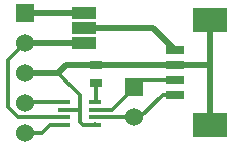
<source format=gtl>
%FSLAX46Y46*%
G04 Gerber Fmt 4.6, Leading zero omitted, Abs format (unit mm)*
G04 Created by KiCad (PCBNEW (2014-10-22 BZR 5214)-product) date Son 07 Dez 2014 11:41:12 CET*
%MOMM*%
G01*
G04 APERTURE LIST*
%ADD10C,0.150000*%
%ADD11R,1.600000X0.800000*%
%ADD12R,3.000000X2.100000*%
%ADD13R,1.000000X0.650000*%
%ADD14R,1.000000X0.450000*%
%ADD15R,2.000000X1.000000*%
%ADD16R,1.524000X1.524000*%
%ADD17C,1.524000*%
%ADD18C,0.355600*%
%ADD19C,0.500000*%
%ADD20C,0.330200*%
%ADD21C,0.304800*%
G04 APERTURE END LIST*
D10*
D11*
X35100000Y-24625000D03*
X35100000Y-25875000D03*
X35100000Y-27125000D03*
X35100000Y-28375000D03*
D12*
X38000000Y-30925000D03*
X38000000Y-22075000D03*
D13*
X28400000Y-25850000D03*
X28400000Y-27350000D03*
D14*
X28300000Y-29000000D03*
X28300000Y-29650000D03*
X28300000Y-30300000D03*
X28300000Y-30950000D03*
X25700000Y-30950000D03*
X25700000Y-30300000D03*
X25700000Y-29650000D03*
X25700000Y-29000000D03*
D15*
X27400000Y-22700000D03*
X27400000Y-21430000D03*
X27400000Y-23970000D03*
D16*
X22400000Y-21420000D03*
D17*
X22400000Y-23960000D03*
X22400000Y-26500000D03*
X22400000Y-29040000D03*
X22400000Y-31580000D03*
D16*
X31600000Y-27730000D03*
D17*
X31600000Y-30270000D03*
D18*
X27390000Y-23960000D02*
X27400000Y-23970000D01*
X21800000Y-30300000D02*
X20900000Y-29400000D01*
X20900000Y-29400000D02*
X20900000Y-25460000D01*
X20900000Y-25460000D02*
X22400000Y-23960000D01*
X25700000Y-30300000D02*
X21800000Y-30300000D01*
D19*
X27390000Y-23960000D02*
X27400000Y-23970000D01*
X22400000Y-23960000D02*
X27390000Y-23960000D01*
D20*
X27390000Y-21420000D02*
X27400000Y-21430000D01*
D19*
X27390000Y-21420000D02*
X27400000Y-21430000D01*
X22400000Y-21420000D02*
X27390000Y-21420000D01*
D20*
X24450000Y-30950000D02*
X23820000Y-31580000D01*
X23820000Y-31580000D02*
X22400000Y-31580000D01*
X25700000Y-30950000D02*
X24450000Y-30950000D01*
X22440000Y-29000000D02*
X22400000Y-29040000D01*
X25700000Y-29000000D02*
X22440000Y-29000000D01*
D18*
X38000000Y-25900000D02*
X38000000Y-30925000D01*
X38000000Y-22075000D02*
X38000000Y-25900000D01*
X38000000Y-25875000D02*
X38000000Y-25900000D01*
X35100000Y-25875000D02*
X38000000Y-25875000D01*
X27000000Y-29650000D02*
X27000000Y-29800000D01*
X25700000Y-29650000D02*
X27000000Y-29650000D01*
X22400000Y-26500000D02*
X25100000Y-26500000D01*
X25100000Y-26500000D02*
X25150000Y-26550000D01*
X25950000Y-27350000D02*
X26250000Y-27650000D01*
X25150000Y-26550000D02*
X25650000Y-27050000D01*
X25650000Y-27050000D02*
X25950000Y-27350000D01*
X27000000Y-28400000D02*
X27000000Y-29600000D01*
X26250000Y-27650000D02*
X27000000Y-28400000D01*
X27000000Y-30700000D02*
X27250000Y-30950000D01*
X27000000Y-29600000D02*
X27000000Y-30700000D01*
X28300000Y-30896902D02*
X28300000Y-30950000D01*
X28246902Y-30950000D02*
X28300000Y-30896902D01*
X27250000Y-30950000D02*
X28246902Y-30950000D01*
X35100000Y-25875000D02*
X35075000Y-25850000D01*
X25850000Y-25850000D02*
X25150000Y-26550000D01*
D19*
X25200000Y-26500000D02*
X25850000Y-25850000D01*
X22400000Y-26500000D02*
X25200000Y-26500000D01*
X25850000Y-25850000D02*
X28400000Y-25850000D01*
X35075000Y-25850000D02*
X35100000Y-25875000D01*
X28400000Y-25850000D02*
X35075000Y-25850000D01*
X38003500Y-22078500D02*
X38000000Y-22075000D01*
X38003500Y-30921500D02*
X38003500Y-22078500D01*
X38003500Y-25875000D02*
X38003500Y-30921500D01*
X35100000Y-25875000D02*
X38003500Y-25875000D01*
D20*
X33175000Y-22700000D02*
X35100000Y-24625000D01*
D19*
X33175000Y-22700000D02*
X35100000Y-24625000D01*
X27400000Y-22700000D02*
X33175000Y-22700000D01*
D20*
X32205000Y-27125000D02*
X35100000Y-27125000D01*
X31600000Y-27730000D02*
X32205000Y-27125000D01*
X29750000Y-29650000D02*
X31600000Y-27800000D01*
X31600000Y-27800000D02*
X31600000Y-27730000D01*
X28300000Y-29650000D02*
X29750000Y-29650000D01*
D21*
X35075000Y-28400000D02*
X35100000Y-28375000D01*
D20*
X31570000Y-30300000D02*
X31600000Y-30270000D01*
X28300000Y-30300000D02*
X31570000Y-30300000D01*
X32130000Y-30270000D02*
X34025000Y-28375000D01*
X34025000Y-28375000D02*
X35100000Y-28375000D01*
X31600000Y-30270000D02*
X32130000Y-30270000D01*
X28400000Y-28900000D02*
X28300000Y-29000000D01*
X28400000Y-27350000D02*
X28400000Y-28900000D01*
M02*

</source>
